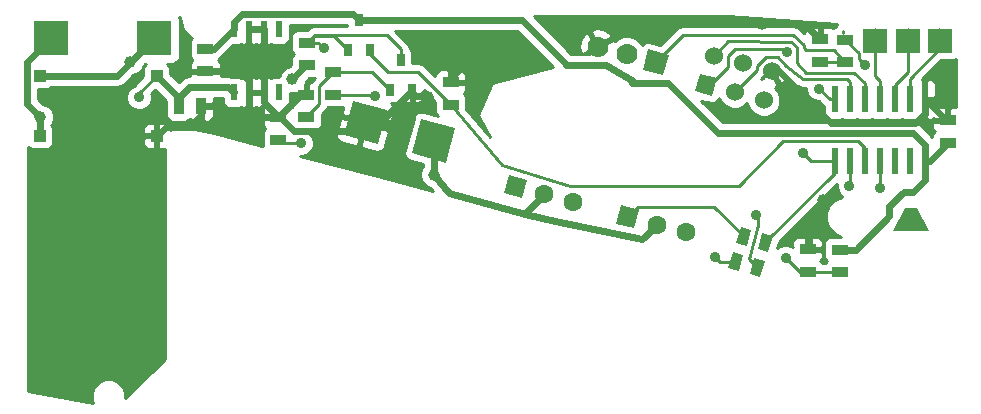
<source format=gbr>
%FSLAX46Y46*%
G04 Gerber Fmt 4.6, Leading zero omitted, Abs format (unit mm)*
G04 Created by KiCad (PCBNEW (2014-jul-16 BZR unknown)-product) date Thu 04 Sep 2014 10:50:04 PM CEST*
%MOMM*%
G01*
G04 APERTURE LIST*
%ADD10C,0.150000*%
%ADD11C,1.778000*%
%ADD12R,3.000000X3.000000*%
%ADD13C,1.600000*%
%ADD14R,1.000760X1.000760*%
%ADD15R,0.701040X1.000760*%
%ADD16R,0.599440X1.399540*%
%ADD17R,1.397000X0.889000*%
%ADD18R,0.889000X1.397000*%
%ADD19C,1.524000*%
%ADD20R,0.599440X2.199640*%
%ADD21R,2.000000X2.000000*%
%ADD22C,1.000000*%
%ADD23C,0.889000*%
%ADD24C,0.254000*%
%ADD25C,0.600000*%
G04 APERTURE END LIST*
D10*
D11*
X148926548Y-103282600D03*
X151380000Y-103940000D03*
D10*
G36*
X154462070Y-105686198D02*
X152744654Y-105226018D01*
X153204834Y-103508602D01*
X154922250Y-103968782D01*
X154462070Y-105686198D01*
X154462070Y-105686198D01*
G37*
D12*
X102590000Y-102580000D03*
X111390000Y-102580000D03*
D10*
G36*
X176950000Y-118910000D02*
X173950000Y-118910000D01*
X174950000Y-116910000D01*
X175950000Y-116910000D01*
X176950000Y-118910000D01*
X176950000Y-118910000D01*
G37*
G36*
X150466752Y-118268285D02*
X150880863Y-116722804D01*
X152426344Y-117136915D01*
X152012233Y-118682396D01*
X150466752Y-118268285D01*
X150466752Y-118268285D01*
G37*
D13*
X153900000Y-118360000D03*
X156353452Y-119017400D03*
D14*
X101669540Y-105749840D03*
X101669540Y-110850160D03*
X111570000Y-110850000D03*
X111570000Y-105750000D03*
D10*
G36*
X136864894Y-110205797D02*
X136088437Y-113103574D01*
X133190660Y-112327117D01*
X133967117Y-109429340D01*
X136864894Y-110205797D01*
X136864894Y-110205797D01*
G37*
G36*
X131069340Y-108652883D02*
X130292883Y-111550660D01*
X127395106Y-110774203D01*
X128171563Y-107876426D01*
X131069340Y-108652883D01*
X131069340Y-108652883D01*
G37*
D15*
X132250000Y-104420000D03*
X131297500Y-106960000D03*
X133202500Y-106960000D03*
X128710000Y-101020000D03*
X127757500Y-103560000D03*
X129662500Y-103560000D03*
D16*
X118085000Y-107167000D03*
X118085000Y-101833000D03*
X119355000Y-107167000D03*
X120625000Y-107167000D03*
X121895000Y-107167000D03*
X119355000Y-101833000D03*
X120625000Y-101833000D03*
X121895000Y-101833000D03*
D17*
X126520000Y-107352500D03*
X126520000Y-105447500D03*
X124230000Y-107357500D03*
X124230000Y-109262500D03*
X136470000Y-108202500D03*
X136470000Y-106297500D03*
D10*
G36*
X163040183Y-121416871D02*
X162678613Y-122766269D01*
X161819905Y-122536179D01*
X162181475Y-121186781D01*
X163040183Y-121416871D01*
X163040183Y-121416871D01*
G37*
G36*
X161200095Y-120923821D02*
X160838525Y-122273219D01*
X159979817Y-122043129D01*
X160341387Y-120693731D01*
X161200095Y-120923821D01*
X161200095Y-120923821D01*
G37*
G36*
X163720183Y-119286871D02*
X163358613Y-120636269D01*
X162499905Y-120406179D01*
X162861475Y-119056781D01*
X163720183Y-119286871D01*
X163720183Y-119286871D01*
G37*
G36*
X161880095Y-118793821D02*
X161518525Y-120143219D01*
X160659817Y-119913129D01*
X161021387Y-118563731D01*
X161880095Y-118793821D01*
X161880095Y-118793821D01*
G37*
D17*
X167750000Y-104572500D03*
X167750000Y-102667500D03*
X169890000Y-102687500D03*
X169890000Y-104592500D03*
X115690000Y-103447500D03*
X115690000Y-105352500D03*
D18*
X113437500Y-108300000D03*
X115342500Y-108300000D03*
D17*
X178570000Y-111402500D03*
X178570000Y-109497500D03*
X166690000Y-122352500D03*
X166690000Y-120447500D03*
X169410000Y-120467500D03*
X169410000Y-122372500D03*
X124310000Y-102957500D03*
X124310000Y-104862500D03*
X121870000Y-111162500D03*
X121870000Y-109257500D03*
D10*
G36*
X157144592Y-107048140D02*
X157539033Y-105576069D01*
X159011104Y-105970510D01*
X158616663Y-107442581D01*
X157144592Y-107048140D01*
X157144592Y-107048140D01*
G37*
D19*
X158735249Y-104055874D03*
X160531300Y-107166726D03*
X161188700Y-104713274D03*
X162984751Y-107824126D03*
X163642152Y-105370675D03*
D20*
X176615000Y-112938420D03*
X175345000Y-112938420D03*
X174075000Y-112938420D03*
X172805000Y-112938420D03*
X171535000Y-112938420D03*
X170265000Y-112938420D03*
X168995000Y-112938420D03*
X168995000Y-107741580D03*
X170265000Y-107741580D03*
X171535000Y-107741580D03*
X172805000Y-107741580D03*
X174075000Y-107741580D03*
X175345000Y-107741580D03*
X176615000Y-107741580D03*
D21*
X172410000Y-102770000D03*
X175190000Y-102790000D03*
X177910000Y-102790000D03*
D10*
G36*
X140966752Y-115678285D02*
X141380863Y-114132804D01*
X142926344Y-114546915D01*
X142512233Y-116092396D01*
X140966752Y-115678285D01*
X140966752Y-115678285D01*
G37*
D13*
X144400000Y-115770000D03*
X146853452Y-116427400D03*
D22*
X109340000Y-104580000D03*
D23*
X130060000Y-107440000D03*
D22*
X162860000Y-101330000D03*
X134520000Y-107540000D03*
X138720000Y-103670000D03*
X166810000Y-119210000D03*
X167640000Y-109360000D03*
X168030000Y-116270000D03*
X116590000Y-110080000D03*
X131840000Y-109830000D03*
D23*
X170230000Y-115060000D03*
X171540000Y-104860000D03*
X164910000Y-103740000D03*
X167670000Y-106840000D03*
X162340000Y-117580000D03*
X166260000Y-112250000D03*
X110090000Y-107580000D03*
X123780000Y-111460000D03*
X125760000Y-103440000D03*
X172780000Y-115250000D03*
X158880000Y-121110000D03*
X164820000Y-121140000D03*
D22*
X123060000Y-106050000D03*
X101730000Y-109250000D03*
X135027777Y-114130000D03*
D24*
X169700000Y-101980000D02*
X169700000Y-102147500D01*
D25*
X177034080Y-112938420D02*
X178570000Y-111402500D01*
X176615000Y-112938420D02*
X177034080Y-112938420D01*
X170812500Y-120467500D02*
X173620000Y-117660000D01*
X173620000Y-117660000D02*
X173620000Y-116780000D01*
X173620000Y-116780000D02*
X174840000Y-115560000D01*
X174840000Y-115560000D02*
X175640000Y-115560000D01*
X175640000Y-115560000D02*
X176615000Y-114585000D01*
X176615000Y-114585000D02*
X176615000Y-112938420D01*
X169410000Y-120467500D02*
X170812500Y-120467500D01*
X146290000Y-104830000D02*
X146240000Y-104880000D01*
X116470500Y-103447500D02*
X118085000Y-101833000D01*
X115690000Y-103447500D02*
X116470500Y-103447500D01*
X118085000Y-101165000D02*
X118760000Y-100490000D01*
X118760000Y-100490000D02*
X128180000Y-100490000D01*
X128180000Y-100490000D02*
X128710000Y-101020000D01*
X118085000Y-101833000D02*
X118085000Y-101165000D01*
X142480000Y-101020000D02*
X146290000Y-104830000D01*
X128710000Y-101020000D02*
X142480000Y-101020000D01*
X149590000Y-104830000D02*
X146290000Y-104830000D01*
X149600000Y-104830000D02*
X149590000Y-104830000D01*
X175630000Y-110614002D02*
X159090000Y-110614002D01*
X176615000Y-111599002D02*
X175630000Y-110614002D01*
X176615000Y-112938420D02*
X176615000Y-111599002D01*
X151840000Y-106330000D02*
X154840000Y-106330000D01*
X154840000Y-106330000D02*
X159124002Y-110614002D01*
X159124002Y-110614002D02*
X159090000Y-110580000D01*
X159090000Y-110580000D02*
X159090000Y-110614002D01*
X149590000Y-104830000D02*
X151906176Y-106219706D01*
X109340000Y-104630000D02*
X111390000Y-102580000D01*
X108220160Y-105749840D02*
X109340000Y-104630000D01*
X101669540Y-105749840D02*
X108220160Y-105749840D01*
X109340000Y-104580000D02*
X109340000Y-104630000D01*
X109365000Y-104605000D02*
X109340000Y-104580000D01*
X109340000Y-104580000D02*
X109365000Y-104605000D01*
D24*
X159973121Y-102818002D02*
X165294877Y-102874950D01*
X165758577Y-104708577D02*
X166550000Y-105500000D01*
X165761666Y-103344042D02*
X165758577Y-104708577D01*
X165294877Y-102874950D02*
X165761666Y-103344042D01*
X166550000Y-105500000D02*
X170640000Y-105500000D01*
X170640000Y-105500000D02*
X171535000Y-106395000D01*
X171535000Y-106395000D02*
X171535000Y-107741580D01*
X158735249Y-104055874D02*
X159973121Y-102818002D01*
X129972500Y-107352500D02*
X126520000Y-107352500D01*
X129972500Y-107352500D02*
X130060000Y-107440000D01*
D25*
X178370920Y-109497500D02*
X176615000Y-107741580D01*
X178570000Y-109497500D02*
X178370920Y-109497500D01*
X162917500Y-101387500D02*
X162860000Y-101330000D01*
X166920000Y-101387500D02*
X162917500Y-101387500D01*
X176615000Y-108965000D02*
X175820000Y-109760000D01*
X175820000Y-109760000D02*
X168640000Y-109760000D01*
X168640000Y-109760000D02*
X164250675Y-105370675D01*
X164250675Y-105370675D02*
X163642152Y-105370675D01*
X176615000Y-107741580D02*
X176615000Y-108965000D01*
X120625000Y-108012500D02*
X120625000Y-107167000D01*
X121870000Y-109257500D02*
X120625000Y-108012500D01*
X120625000Y-101833000D02*
X119355000Y-101833000D01*
X120625000Y-107167000D02*
X120625000Y-101833000D01*
X121870000Y-109257500D02*
X118582500Y-109257500D01*
X118542500Y-105352500D02*
X115690000Y-105352500D01*
X119355000Y-106165000D02*
X118542500Y-105352500D01*
X119355000Y-107167000D02*
X119355000Y-106165000D01*
X123770000Y-107357500D02*
X121870000Y-109257500D01*
X124230000Y-107357500D02*
X123770000Y-107357500D01*
X124230000Y-107357500D02*
X124427500Y-107357500D01*
X130448957Y-109713543D02*
X133202500Y-106960000D01*
X129232223Y-109713543D02*
X130448957Y-109713543D01*
X134520000Y-107540000D02*
X133202500Y-107372500D01*
X133202500Y-107372500D02*
X133202500Y-106960000D01*
X136470000Y-105920000D02*
X138720000Y-103670000D01*
X136470000Y-106297500D02*
X136470000Y-105920000D01*
X122037500Y-109257500D02*
X123210000Y-110430000D01*
X123210000Y-110430000D02*
X128515766Y-110430000D01*
X128515766Y-110430000D02*
X129232223Y-109713543D01*
X121870000Y-109257500D02*
X122037500Y-109257500D01*
X166810000Y-119210000D02*
X166810000Y-120327500D01*
X166810000Y-120327500D02*
X166690000Y-120447500D01*
X116480000Y-108300000D02*
X117437500Y-109257500D01*
X118570000Y-109257500D02*
X118582500Y-109257500D01*
X117437500Y-109257500D02*
X118570000Y-109257500D01*
X115342500Y-108300000D02*
X116480000Y-108300000D01*
X119342500Y-108485000D02*
X119355000Y-108485000D01*
X119355000Y-108485000D02*
X119355000Y-107167000D01*
X118570000Y-109257500D02*
X119342500Y-108485000D01*
X168240000Y-109360000D02*
X167640000Y-109360000D01*
X168640000Y-109760000D02*
X168240000Y-109360000D01*
X168030000Y-116270000D02*
X168030000Y-117990000D01*
X168030000Y-117990000D02*
X166810000Y-119210000D01*
X112340000Y-110080000D02*
X114340000Y-110080000D01*
X114340000Y-110080000D02*
X115342500Y-109077500D01*
X115342500Y-109077500D02*
X115342500Y-108300000D01*
X112340000Y-110080000D02*
X116590000Y-110080000D01*
X111570000Y-110850000D02*
X112340000Y-110080000D01*
X131840000Y-109830000D02*
X131723543Y-109713543D01*
X131723543Y-109713543D02*
X129232223Y-109713543D01*
X166412500Y-101330000D02*
X167750000Y-102667500D01*
X162860000Y-101330000D02*
X166412500Y-101330000D01*
D24*
X170265000Y-115025000D02*
X170230000Y-115060000D01*
X171540000Y-104860000D02*
X171030000Y-104350000D01*
X171030000Y-104350000D02*
X171030000Y-103827500D01*
X171030000Y-103827500D02*
X169890000Y-102687500D01*
X170265000Y-112938420D02*
X170265000Y-115025000D01*
X158450675Y-106509325D02*
X159990000Y-104970000D01*
X159990000Y-104970000D02*
X159990000Y-104050000D01*
X159990000Y-104050000D02*
X160560000Y-103480000D01*
X160560000Y-103480000D02*
X164650000Y-103480000D01*
X164650000Y-103480000D02*
X164910000Y-103740000D01*
X168571580Y-107741580D02*
X168995000Y-107741580D01*
X167670000Y-106840000D02*
X168571580Y-107741580D01*
X158077848Y-106509325D02*
X158450675Y-106509325D01*
X162480000Y-117720000D02*
X162480000Y-118350000D01*
X161720000Y-121260000D02*
X162480000Y-118350000D01*
X162430044Y-121976525D02*
X161720000Y-121260000D01*
X162340000Y-117580000D02*
X162480000Y-117720000D01*
X168995000Y-113961569D02*
X168995000Y-112938420D01*
X163110044Y-119846525D02*
X168995000Y-113961569D01*
X166948420Y-112938420D02*
X166260000Y-112250000D01*
X168995000Y-112938420D02*
X166948420Y-112938420D01*
D25*
X113437500Y-107617500D02*
X113437500Y-108300000D01*
X111570000Y-105750000D02*
X113437500Y-107617500D01*
X113437500Y-107622500D02*
X114330000Y-106730000D01*
X114330000Y-106730000D02*
X117648000Y-106730000D01*
X117648000Y-106730000D02*
X118085000Y-107167000D01*
X113437500Y-108300000D02*
X113437500Y-107622500D01*
D24*
X110090000Y-107580000D02*
X110090000Y-107230000D01*
X110090000Y-107230000D02*
X111570000Y-105750000D01*
X132250000Y-103490000D02*
X131100000Y-102340000D01*
X131100000Y-102340000D02*
X124927500Y-102340000D01*
X124897500Y-102370000D02*
X124310000Y-102957500D01*
X124927500Y-102340000D02*
X124897500Y-102370000D01*
X132250000Y-104420000D02*
X132250000Y-103490000D01*
X126567500Y-102370000D02*
X124897500Y-102370000D01*
X127757500Y-103560000D02*
X126567500Y-102370000D01*
X122167500Y-111460000D02*
X123780000Y-111460000D01*
X125760000Y-103440000D02*
X125277500Y-102957500D01*
X125277500Y-102957500D02*
X124310000Y-102957500D01*
X121870000Y-111162500D02*
X122167500Y-111460000D01*
X172430000Y-105790000D02*
X172805000Y-106165000D01*
X172805000Y-106165000D02*
X172805000Y-107741580D01*
X172430000Y-101770000D02*
X172430000Y-105790000D01*
X175160000Y-105420000D02*
X174075000Y-106505000D01*
X174075000Y-106505000D02*
X174075000Y-107741580D01*
X175160000Y-101780000D02*
X175160000Y-105420000D01*
X175345000Y-106025000D02*
X177850000Y-103520000D01*
X177850000Y-103520000D02*
X177850000Y-101770000D01*
X175345000Y-107741580D02*
X175345000Y-106025000D01*
X172805000Y-115225000D02*
X172780000Y-115250000D01*
X172805000Y-112938420D02*
X172805000Y-115225000D01*
X158746481Y-116830000D02*
X152319148Y-116830000D01*
X152319148Y-116830000D02*
X151446548Y-117702600D01*
X161269956Y-119353475D02*
X158746481Y-116830000D01*
X158880000Y-121110000D02*
X159253475Y-121483475D01*
X159253475Y-121483475D02*
X160589956Y-121483475D01*
X129785000Y-105447500D02*
X126520000Y-105447500D01*
X131297500Y-106960000D02*
X129785000Y-105447500D01*
X125350000Y-108142500D02*
X125350000Y-106617500D01*
X125350000Y-106617500D02*
X126520000Y-105447500D01*
X124230000Y-109262500D02*
X125350000Y-108142500D01*
X165480000Y-102310000D02*
X166350000Y-103180000D01*
X166350000Y-103180000D02*
X166350000Y-103390000D01*
X166350000Y-103390000D02*
X166550000Y-103590000D01*
X166550000Y-103590000D02*
X168887500Y-103590000D01*
X168887500Y-103590000D02*
X169890000Y-104592500D01*
X153833452Y-104597400D02*
X156120852Y-102310000D01*
X156120852Y-102310000D02*
X165480000Y-102310000D01*
X169870000Y-104572500D02*
X169890000Y-104592500D01*
X167750000Y-104572500D02*
X169870000Y-104572500D01*
X171535000Y-111865000D02*
X170965004Y-111295004D01*
X170965004Y-111295004D02*
X164609249Y-111310751D01*
X164609249Y-111310751D02*
X160840000Y-115080000D01*
X160840000Y-115080000D02*
X146590000Y-115080000D01*
X140840000Y-113330000D02*
X136590000Y-108330000D01*
X146590000Y-115080000D02*
X140840000Y-113330000D01*
X136590000Y-108330000D02*
X136470000Y-108202500D01*
X171535000Y-112938420D02*
X171535000Y-111865000D01*
X129662500Y-103942500D02*
X131180000Y-105460000D01*
X131180000Y-105460000D02*
X133727500Y-105460000D01*
X133727500Y-105460000D02*
X136470000Y-108202500D01*
X129662500Y-103560000D02*
X129662500Y-103942500D01*
X166032500Y-122352500D02*
X166690000Y-122352500D01*
X166032500Y-122352500D02*
X164820000Y-121140000D01*
X169390000Y-122352500D02*
X169410000Y-122372500D01*
X166690000Y-122352500D02*
X169390000Y-122352500D01*
X170265000Y-106255000D02*
X170020021Y-106010021D01*
X170020021Y-106010021D02*
X166262955Y-106008006D01*
X166262955Y-106008006D02*
X164873387Y-104912619D01*
X164160000Y-104160000D02*
X163180000Y-104160000D01*
X164873387Y-104912619D02*
X164160000Y-104160000D01*
X163180000Y-104160000D02*
X162400000Y-104940000D01*
X162400000Y-104940000D02*
X162400000Y-105298026D01*
X162400000Y-105298026D02*
X160531300Y-107166726D01*
X170265000Y-107741580D02*
X170265000Y-106255000D01*
D25*
X124247500Y-104862500D02*
X123060000Y-106050000D01*
X101730000Y-109250000D02*
X101730000Y-110789700D01*
X101730000Y-110789700D02*
X101669540Y-110850160D01*
X124310000Y-104862500D02*
X124247500Y-104862500D01*
X100590000Y-108110000D02*
X100590000Y-104580000D01*
X100590000Y-104580000D02*
X102590000Y-102580000D01*
X101730000Y-109250000D02*
X100590000Y-108110000D01*
X135027777Y-114157777D02*
X136308622Y-115660771D01*
X136308622Y-115660771D02*
X142720000Y-117450000D01*
X142720000Y-117450000D02*
X144400000Y-115770000D01*
X135027777Y-114130000D02*
X135027777Y-114157777D01*
X135027777Y-111266457D02*
X135027777Y-114130000D01*
X152670000Y-119590000D02*
X145315684Y-118039021D01*
X145315684Y-118039021D02*
X142720000Y-117450000D01*
X153900000Y-118360000D02*
X152670000Y-119590000D01*
D24*
G36*
X124947870Y-105942000D02*
X124811185Y-106078685D01*
X124678006Y-106278000D01*
X124515750Y-106278000D01*
X124357000Y-106436750D01*
X124357000Y-107230500D01*
X124377000Y-107230500D01*
X124377000Y-107484500D01*
X124357000Y-107484500D01*
X124357000Y-107504500D01*
X124103000Y-107504500D01*
X124103000Y-107484500D01*
X123055250Y-107484500D01*
X122896500Y-107643250D01*
X122896500Y-107928309D01*
X122993173Y-108161698D01*
X123141474Y-108310000D01*
X123052499Y-108398974D01*
X122928199Y-108274673D01*
X122744583Y-108198616D01*
X122829720Y-107993080D01*
X122829720Y-107740461D01*
X122829720Y-107183339D01*
X122833244Y-107184803D01*
X123009706Y-107184956D01*
X123055250Y-107230500D01*
X124103000Y-107230500D01*
X124103000Y-106497841D01*
X124194803Y-106276756D01*
X124194837Y-106237452D01*
X124490290Y-105942000D01*
X124947870Y-105942000D01*
X124947870Y-105942000D01*
G37*
X124947870Y-105942000D02*
X124811185Y-106078685D01*
X124678006Y-106278000D01*
X124515750Y-106278000D01*
X124357000Y-106436750D01*
X124357000Y-107230500D01*
X124377000Y-107230500D01*
X124377000Y-107484500D01*
X124357000Y-107484500D01*
X124357000Y-107504500D01*
X124103000Y-107504500D01*
X124103000Y-107484500D01*
X123055250Y-107484500D01*
X122896500Y-107643250D01*
X122896500Y-107928309D01*
X122993173Y-108161698D01*
X123141474Y-108310000D01*
X123052499Y-108398974D01*
X122928199Y-108274673D01*
X122744583Y-108198616D01*
X122829720Y-107993080D01*
X122829720Y-107740461D01*
X122829720Y-107183339D01*
X122833244Y-107184803D01*
X123009706Y-107184956D01*
X123055250Y-107230500D01*
X124103000Y-107230500D01*
X124103000Y-106497841D01*
X124194803Y-106276756D01*
X124194837Y-106237452D01*
X124490290Y-105942000D01*
X124947870Y-105942000D01*
G36*
X127724480Y-101578000D02*
X124927500Y-101578000D01*
X124635895Y-101636004D01*
X124388684Y-101801185D01*
X124358687Y-101831182D01*
X124358684Y-101831185D01*
X124311869Y-101878000D01*
X123485191Y-101878000D01*
X123251802Y-101974673D01*
X123073173Y-102153301D01*
X122976500Y-102386690D01*
X122976500Y-102639309D01*
X122976500Y-103528309D01*
X123073173Y-103761698D01*
X123221474Y-103910000D01*
X123073173Y-104058301D01*
X122976500Y-104291690D01*
X122976500Y-104544309D01*
X122976500Y-104811210D01*
X122872874Y-104914835D01*
X122835225Y-104914803D01*
X122417914Y-105087233D01*
X122098355Y-105406235D01*
X121925197Y-105823244D01*
X121925189Y-105832230D01*
X121468971Y-105832230D01*
X121260000Y-105918788D01*
X121051029Y-105832230D01*
X120910750Y-105832230D01*
X120752000Y-105990980D01*
X120752000Y-107040000D01*
X120772000Y-107040000D01*
X120772000Y-107294000D01*
X120752000Y-107294000D01*
X120752000Y-107314000D01*
X120498000Y-107314000D01*
X120498000Y-107294000D01*
X120498000Y-107040000D01*
X120498000Y-105990980D01*
X120498000Y-103009020D01*
X120498000Y-101960000D01*
X120130970Y-101960000D01*
X119849030Y-101960000D01*
X119482000Y-101960000D01*
X119482000Y-103009020D01*
X119640750Y-103167770D01*
X119781029Y-103167770D01*
X119990000Y-103081211D01*
X120198971Y-103167770D01*
X120339250Y-103167770D01*
X120498000Y-103009020D01*
X120498000Y-105990980D01*
X120339250Y-105832230D01*
X120198971Y-105832230D01*
X119990000Y-105918788D01*
X119781029Y-105832230D01*
X119640750Y-105832230D01*
X119482000Y-105990980D01*
X119482000Y-107040000D01*
X119849030Y-107040000D01*
X120130970Y-107040000D01*
X120498000Y-107040000D01*
X120498000Y-107294000D01*
X120130970Y-107294000D01*
X119849030Y-107294000D01*
X119482000Y-107294000D01*
X119482000Y-108343020D01*
X119640750Y-108501770D01*
X119781029Y-108501770D01*
X119990000Y-108415211D01*
X120198971Y-108501770D01*
X120339250Y-108501770D01*
X120497998Y-108343022D01*
X120497998Y-108501770D01*
X120498000Y-108501770D01*
X120613096Y-108501770D01*
X120536500Y-108686691D01*
X120536500Y-108971750D01*
X120695250Y-109130500D01*
X121743000Y-109130500D01*
X121743000Y-109110500D01*
X121997000Y-109110500D01*
X121997000Y-109130500D01*
X122017000Y-109130500D01*
X122017000Y-109384500D01*
X121997000Y-109384500D01*
X121997000Y-109404500D01*
X121743000Y-109404500D01*
X121743000Y-109384500D01*
X120695250Y-109384500D01*
X120536500Y-109543250D01*
X120536500Y-109828309D01*
X120633173Y-110061698D01*
X120781474Y-110210000D01*
X120633173Y-110358301D01*
X120536500Y-110591690D01*
X120536500Y-110844309D01*
X120536500Y-111716694D01*
X120498000Y-111706606D01*
X116422000Y-110638622D01*
X116422000Y-109124810D01*
X116422000Y-108872191D01*
X116422000Y-108585750D01*
X116263250Y-108427000D01*
X115469500Y-108427000D01*
X115469500Y-109474750D01*
X115628250Y-109633500D01*
X115913309Y-109633500D01*
X116146698Y-109536827D01*
X116325327Y-109358199D01*
X116422000Y-109124810D01*
X116422000Y-110638622D01*
X115179958Y-110313185D01*
X115089187Y-110307740D01*
X115000000Y-110290000D01*
X113000000Y-110290000D01*
X112728295Y-110344046D01*
X112705380Y-110359357D01*
X112705380Y-110223311D01*
X112608707Y-109989922D01*
X112430079Y-109811293D01*
X112196690Y-109714620D01*
X111944071Y-109714620D01*
X111855750Y-109714620D01*
X111697000Y-109873370D01*
X111697000Y-110723000D01*
X111717000Y-110723000D01*
X111717000Y-110977000D01*
X111697000Y-110977000D01*
X111697000Y-111826630D01*
X111855750Y-111985380D01*
X111944071Y-111985380D01*
X112196690Y-111985380D01*
X112290000Y-111946729D01*
X112290000Y-129705453D01*
X111443000Y-130550603D01*
X111443000Y-111826630D01*
X111443000Y-110977000D01*
X111443000Y-110723000D01*
X111443000Y-109873370D01*
X111284250Y-109714620D01*
X111195929Y-109714620D01*
X110943310Y-109714620D01*
X110709921Y-109811293D01*
X110531293Y-109989922D01*
X110434620Y-110223311D01*
X110434620Y-110564250D01*
X110593370Y-110723000D01*
X111443000Y-110723000D01*
X111443000Y-110977000D01*
X110593370Y-110977000D01*
X110434620Y-111135750D01*
X110434620Y-111476689D01*
X110531293Y-111710078D01*
X110709921Y-111888707D01*
X110943310Y-111985380D01*
X111195929Y-111985380D01*
X111284250Y-111985380D01*
X111443000Y-111826630D01*
X111443000Y-130550603D01*
X108934866Y-133053261D01*
X108935248Y-132615813D01*
X108717243Y-132088200D01*
X108313923Y-131684176D01*
X107786691Y-131465250D01*
X107215813Y-131464752D01*
X106688200Y-131682757D01*
X106284176Y-132086077D01*
X106065250Y-132613309D01*
X106064752Y-133184187D01*
X106165218Y-133427334D01*
X100710000Y-132410150D01*
X100710000Y-111789405D01*
X100809461Y-111888867D01*
X101042850Y-111985540D01*
X101295469Y-111985540D01*
X102296229Y-111985540D01*
X102529618Y-111888867D01*
X102708247Y-111710239D01*
X102804920Y-111476850D01*
X102804920Y-111224231D01*
X102804920Y-110223471D01*
X102708247Y-109990082D01*
X102665000Y-109946834D01*
X102665000Y-109920363D01*
X102691645Y-109893765D01*
X102864803Y-109476756D01*
X102865197Y-109025225D01*
X102692767Y-108607914D01*
X102373765Y-108288355D01*
X101956756Y-108115197D01*
X101917452Y-108115162D01*
X101525000Y-107722710D01*
X101525000Y-106885220D01*
X102296229Y-106885220D01*
X102529618Y-106788547D01*
X102633325Y-106684840D01*
X108220160Y-106684840D01*
X108577969Y-106613667D01*
X108881305Y-106410985D01*
X109585766Y-105706523D01*
X109982086Y-105542767D01*
X110301645Y-105223765D01*
X110467182Y-104825107D01*
X110577290Y-104715000D01*
X110706214Y-104715000D01*
X110531293Y-104889921D01*
X110434620Y-105123310D01*
X110434620Y-105375929D01*
X110434620Y-105807750D01*
X109647590Y-106594779D01*
X109479311Y-106664311D01*
X109175378Y-106967714D01*
X109010687Y-107364332D01*
X109010313Y-107793784D01*
X109174311Y-108190689D01*
X109477714Y-108494622D01*
X109874332Y-108659313D01*
X110303784Y-108659687D01*
X110700689Y-108495689D01*
X111004622Y-108192286D01*
X111169313Y-107795668D01*
X111169687Y-107366216D01*
X111129258Y-107268371D01*
X111447670Y-106949960D01*
X112358000Y-107860290D01*
X112358000Y-109124809D01*
X112454673Y-109358198D01*
X112633301Y-109536827D01*
X112866690Y-109633500D01*
X113119309Y-109633500D01*
X114008309Y-109633500D01*
X114241698Y-109536827D01*
X114390000Y-109388525D01*
X114538302Y-109536827D01*
X114771691Y-109633500D01*
X115056750Y-109633500D01*
X115215500Y-109474750D01*
X115215500Y-108427000D01*
X115195500Y-108427000D01*
X115195500Y-108173000D01*
X115215500Y-108173000D01*
X115215500Y-108153000D01*
X115469500Y-108153000D01*
X115469500Y-108173000D01*
X116263250Y-108173000D01*
X116422000Y-108014250D01*
X116422000Y-107727809D01*
X116422000Y-107665000D01*
X117150280Y-107665000D01*
X117150280Y-107993079D01*
X117246953Y-108226468D01*
X117425581Y-108405097D01*
X117658970Y-108501770D01*
X117911589Y-108501770D01*
X118511029Y-108501770D01*
X118720000Y-108415211D01*
X118928971Y-108501770D01*
X119069250Y-108501770D01*
X119228000Y-108343020D01*
X119228000Y-107294000D01*
X119208000Y-107294000D01*
X119208000Y-107040000D01*
X119228000Y-107040000D01*
X119228000Y-105990980D01*
X119069250Y-105832230D01*
X118928971Y-105832230D01*
X118720000Y-105918788D01*
X118511030Y-105832230D01*
X118258411Y-105832230D01*
X117835166Y-105832230D01*
X117648000Y-105795000D01*
X117023500Y-105795000D01*
X117023500Y-105638250D01*
X116864750Y-105479500D01*
X115817000Y-105479500D01*
X115817000Y-105499500D01*
X115563000Y-105499500D01*
X115563000Y-105479500D01*
X114515250Y-105479500D01*
X114356500Y-105638250D01*
X114356500Y-105795000D01*
X114330005Y-105795000D01*
X114330000Y-105794999D01*
X114031556Y-105854364D01*
X113972191Y-105866173D01*
X113668855Y-106068855D01*
X113440000Y-106297710D01*
X112705380Y-105563090D01*
X112705380Y-105123311D01*
X112608707Y-104889922D01*
X112433785Y-104715000D01*
X113016309Y-104715000D01*
X113249698Y-104618327D01*
X113428327Y-104439699D01*
X113525000Y-104206310D01*
X113525000Y-103953691D01*
X113525000Y-100953691D01*
X113443452Y-100756817D01*
X113515224Y-100804774D01*
X113575074Y-100894344D01*
X113623642Y-101138513D01*
X113699762Y-101521196D01*
X113730813Y-101596160D01*
X113805776Y-101777138D01*
X114022549Y-102101561D01*
X114022550Y-102101562D01*
X114218438Y-102297451D01*
X114542862Y-102514223D01*
X114542863Y-102514223D01*
X114570714Y-102525759D01*
X114453173Y-102643301D01*
X114356500Y-102876690D01*
X114356500Y-103129309D01*
X114356500Y-104018309D01*
X114453173Y-104251698D01*
X114601474Y-104400000D01*
X114453173Y-104548302D01*
X114356500Y-104781691D01*
X114356500Y-105066750D01*
X114515250Y-105225500D01*
X115563000Y-105225500D01*
X115563000Y-105205500D01*
X115817000Y-105205500D01*
X115817000Y-105225500D01*
X116864750Y-105225500D01*
X117023500Y-105066750D01*
X117023500Y-104781691D01*
X116926827Y-104548302D01*
X116778525Y-104399999D01*
X116926827Y-104251699D01*
X116930377Y-104243127D01*
X117131645Y-104108645D01*
X118072520Y-103167770D01*
X118511029Y-103167770D01*
X118720000Y-103081211D01*
X118928971Y-103167770D01*
X119069250Y-103167770D01*
X119228000Y-103009020D01*
X119228000Y-101960000D01*
X119208000Y-101960000D01*
X119208000Y-101706000D01*
X119228000Y-101706000D01*
X119228000Y-101686000D01*
X119482000Y-101686000D01*
X119482000Y-101706000D01*
X119849030Y-101706000D01*
X120130970Y-101706000D01*
X120498000Y-101706000D01*
X120498000Y-101686000D01*
X120752000Y-101686000D01*
X120752000Y-101706000D01*
X120772000Y-101706000D01*
X120772000Y-101960000D01*
X120752000Y-101960000D01*
X120752000Y-103009020D01*
X120910750Y-103167770D01*
X121051029Y-103167770D01*
X121259999Y-103081211D01*
X121468970Y-103167770D01*
X121721589Y-103167770D01*
X122321029Y-103167770D01*
X122554418Y-103071097D01*
X122733047Y-102892469D01*
X122829720Y-102659080D01*
X122829720Y-102406461D01*
X122829720Y-101425000D01*
X127724480Y-101425000D01*
X127724480Y-101578000D01*
X127724480Y-101578000D01*
G37*
X127724480Y-101578000D02*
X124927500Y-101578000D01*
X124635895Y-101636004D01*
X124388684Y-101801185D01*
X124358687Y-101831182D01*
X124358684Y-101831185D01*
X124311869Y-101878000D01*
X123485191Y-101878000D01*
X123251802Y-101974673D01*
X123073173Y-102153301D01*
X122976500Y-102386690D01*
X122976500Y-102639309D01*
X122976500Y-103528309D01*
X123073173Y-103761698D01*
X123221474Y-103910000D01*
X123073173Y-104058301D01*
X122976500Y-104291690D01*
X122976500Y-104544309D01*
X122976500Y-104811210D01*
X122872874Y-104914835D01*
X122835225Y-104914803D01*
X122417914Y-105087233D01*
X122098355Y-105406235D01*
X121925197Y-105823244D01*
X121925189Y-105832230D01*
X121468971Y-105832230D01*
X121260000Y-105918788D01*
X121051029Y-105832230D01*
X120910750Y-105832230D01*
X120752000Y-105990980D01*
X120752000Y-107040000D01*
X120772000Y-107040000D01*
X120772000Y-107294000D01*
X120752000Y-107294000D01*
X120752000Y-107314000D01*
X120498000Y-107314000D01*
X120498000Y-107294000D01*
X120498000Y-107040000D01*
X120498000Y-105990980D01*
X120498000Y-103009020D01*
X120498000Y-101960000D01*
X120130970Y-101960000D01*
X119849030Y-101960000D01*
X119482000Y-101960000D01*
X119482000Y-103009020D01*
X119640750Y-103167770D01*
X119781029Y-103167770D01*
X119990000Y-103081211D01*
X120198971Y-103167770D01*
X120339250Y-103167770D01*
X120498000Y-103009020D01*
X120498000Y-105990980D01*
X120339250Y-105832230D01*
X120198971Y-105832230D01*
X119990000Y-105918788D01*
X119781029Y-105832230D01*
X119640750Y-105832230D01*
X119482000Y-105990980D01*
X119482000Y-107040000D01*
X119849030Y-107040000D01*
X120130970Y-107040000D01*
X120498000Y-107040000D01*
X120498000Y-107294000D01*
X120130970Y-107294000D01*
X119849030Y-107294000D01*
X119482000Y-107294000D01*
X119482000Y-108343020D01*
X119640750Y-108501770D01*
X119781029Y-108501770D01*
X119990000Y-108415211D01*
X120198971Y-108501770D01*
X120339250Y-108501770D01*
X120497998Y-108343022D01*
X120497998Y-108501770D01*
X120498000Y-108501770D01*
X120613096Y-108501770D01*
X120536500Y-108686691D01*
X120536500Y-108971750D01*
X120695250Y-109130500D01*
X121743000Y-109130500D01*
X121743000Y-109110500D01*
X121997000Y-109110500D01*
X121997000Y-109130500D01*
X122017000Y-109130500D01*
X122017000Y-109384500D01*
X121997000Y-109384500D01*
X121997000Y-109404500D01*
X121743000Y-109404500D01*
X121743000Y-109384500D01*
X120695250Y-109384500D01*
X120536500Y-109543250D01*
X120536500Y-109828309D01*
X120633173Y-110061698D01*
X120781474Y-110210000D01*
X120633173Y-110358301D01*
X120536500Y-110591690D01*
X120536500Y-110844309D01*
X120536500Y-111716694D01*
X120498000Y-111706606D01*
X116422000Y-110638622D01*
X116422000Y-109124810D01*
X116422000Y-108872191D01*
X116422000Y-108585750D01*
X116263250Y-108427000D01*
X115469500Y-108427000D01*
X115469500Y-109474750D01*
X115628250Y-109633500D01*
X115913309Y-109633500D01*
X116146698Y-109536827D01*
X116325327Y-109358199D01*
X116422000Y-109124810D01*
X116422000Y-110638622D01*
X115179958Y-110313185D01*
X115089187Y-110307740D01*
X115000000Y-110290000D01*
X113000000Y-110290000D01*
X112728295Y-110344046D01*
X112705380Y-110359357D01*
X112705380Y-110223311D01*
X112608707Y-109989922D01*
X112430079Y-109811293D01*
X112196690Y-109714620D01*
X111944071Y-109714620D01*
X111855750Y-109714620D01*
X111697000Y-109873370D01*
X111697000Y-110723000D01*
X111717000Y-110723000D01*
X111717000Y-110977000D01*
X111697000Y-110977000D01*
X111697000Y-111826630D01*
X111855750Y-111985380D01*
X111944071Y-111985380D01*
X112196690Y-111985380D01*
X112290000Y-111946729D01*
X112290000Y-129705453D01*
X111443000Y-130550603D01*
X111443000Y-111826630D01*
X111443000Y-110977000D01*
X111443000Y-110723000D01*
X111443000Y-109873370D01*
X111284250Y-109714620D01*
X111195929Y-109714620D01*
X110943310Y-109714620D01*
X110709921Y-109811293D01*
X110531293Y-109989922D01*
X110434620Y-110223311D01*
X110434620Y-110564250D01*
X110593370Y-110723000D01*
X111443000Y-110723000D01*
X111443000Y-110977000D01*
X110593370Y-110977000D01*
X110434620Y-111135750D01*
X110434620Y-111476689D01*
X110531293Y-111710078D01*
X110709921Y-111888707D01*
X110943310Y-111985380D01*
X111195929Y-111985380D01*
X111284250Y-111985380D01*
X111443000Y-111826630D01*
X111443000Y-130550603D01*
X108934866Y-133053261D01*
X108935248Y-132615813D01*
X108717243Y-132088200D01*
X108313923Y-131684176D01*
X107786691Y-131465250D01*
X107215813Y-131464752D01*
X106688200Y-131682757D01*
X106284176Y-132086077D01*
X106065250Y-132613309D01*
X106064752Y-133184187D01*
X106165218Y-133427334D01*
X100710000Y-132410150D01*
X100710000Y-111789405D01*
X100809461Y-111888867D01*
X101042850Y-111985540D01*
X101295469Y-111985540D01*
X102296229Y-111985540D01*
X102529618Y-111888867D01*
X102708247Y-111710239D01*
X102804920Y-111476850D01*
X102804920Y-111224231D01*
X102804920Y-110223471D01*
X102708247Y-109990082D01*
X102665000Y-109946834D01*
X102665000Y-109920363D01*
X102691645Y-109893765D01*
X102864803Y-109476756D01*
X102865197Y-109025225D01*
X102692767Y-108607914D01*
X102373765Y-108288355D01*
X101956756Y-108115197D01*
X101917452Y-108115162D01*
X101525000Y-107722710D01*
X101525000Y-106885220D01*
X102296229Y-106885220D01*
X102529618Y-106788547D01*
X102633325Y-106684840D01*
X108220160Y-106684840D01*
X108577969Y-106613667D01*
X108881305Y-106410985D01*
X109585766Y-105706523D01*
X109982086Y-105542767D01*
X110301645Y-105223765D01*
X110467182Y-104825107D01*
X110577290Y-104715000D01*
X110706214Y-104715000D01*
X110531293Y-104889921D01*
X110434620Y-105123310D01*
X110434620Y-105375929D01*
X110434620Y-105807750D01*
X109647590Y-106594779D01*
X109479311Y-106664311D01*
X109175378Y-106967714D01*
X109010687Y-107364332D01*
X109010313Y-107793784D01*
X109174311Y-108190689D01*
X109477714Y-108494622D01*
X109874332Y-108659313D01*
X110303784Y-108659687D01*
X110700689Y-108495689D01*
X111004622Y-108192286D01*
X111169313Y-107795668D01*
X111169687Y-107366216D01*
X111129258Y-107268371D01*
X111447670Y-106949960D01*
X112358000Y-107860290D01*
X112358000Y-109124809D01*
X112454673Y-109358198D01*
X112633301Y-109536827D01*
X112866690Y-109633500D01*
X113119309Y-109633500D01*
X114008309Y-109633500D01*
X114241698Y-109536827D01*
X114390000Y-109388525D01*
X114538302Y-109536827D01*
X114771691Y-109633500D01*
X115056750Y-109633500D01*
X115215500Y-109474750D01*
X115215500Y-108427000D01*
X115195500Y-108427000D01*
X115195500Y-108173000D01*
X115215500Y-108173000D01*
X115215500Y-108153000D01*
X115469500Y-108153000D01*
X115469500Y-108173000D01*
X116263250Y-108173000D01*
X116422000Y-108014250D01*
X116422000Y-107727809D01*
X116422000Y-107665000D01*
X117150280Y-107665000D01*
X117150280Y-107993079D01*
X117246953Y-108226468D01*
X117425581Y-108405097D01*
X117658970Y-108501770D01*
X117911589Y-108501770D01*
X118511029Y-108501770D01*
X118720000Y-108415211D01*
X118928971Y-108501770D01*
X119069250Y-108501770D01*
X119228000Y-108343020D01*
X119228000Y-107294000D01*
X119208000Y-107294000D01*
X119208000Y-107040000D01*
X119228000Y-107040000D01*
X119228000Y-105990980D01*
X119069250Y-105832230D01*
X118928971Y-105832230D01*
X118720000Y-105918788D01*
X118511030Y-105832230D01*
X118258411Y-105832230D01*
X117835166Y-105832230D01*
X117648000Y-105795000D01*
X117023500Y-105795000D01*
X117023500Y-105638250D01*
X116864750Y-105479500D01*
X115817000Y-105479500D01*
X115817000Y-105499500D01*
X115563000Y-105499500D01*
X115563000Y-105479500D01*
X114515250Y-105479500D01*
X114356500Y-105638250D01*
X114356500Y-105795000D01*
X114330005Y-105795000D01*
X114330000Y-105794999D01*
X114031556Y-105854364D01*
X113972191Y-105866173D01*
X113668855Y-106068855D01*
X113440000Y-106297710D01*
X112705380Y-105563090D01*
X112705380Y-105123311D01*
X112608707Y-104889922D01*
X112433785Y-104715000D01*
X113016309Y-104715000D01*
X113249698Y-104618327D01*
X113428327Y-104439699D01*
X113525000Y-104206310D01*
X113525000Y-103953691D01*
X113525000Y-100953691D01*
X113443452Y-100756817D01*
X113515224Y-100804774D01*
X113575074Y-100894344D01*
X113623642Y-101138513D01*
X113699762Y-101521196D01*
X113730813Y-101596160D01*
X113805776Y-101777138D01*
X114022549Y-102101561D01*
X114022550Y-102101562D01*
X114218438Y-102297451D01*
X114542862Y-102514223D01*
X114542863Y-102514223D01*
X114570714Y-102525759D01*
X114453173Y-102643301D01*
X114356500Y-102876690D01*
X114356500Y-103129309D01*
X114356500Y-104018309D01*
X114453173Y-104251698D01*
X114601474Y-104400000D01*
X114453173Y-104548302D01*
X114356500Y-104781691D01*
X114356500Y-105066750D01*
X114515250Y-105225500D01*
X115563000Y-105225500D01*
X115563000Y-105205500D01*
X115817000Y-105205500D01*
X115817000Y-105225500D01*
X116864750Y-105225500D01*
X117023500Y-105066750D01*
X117023500Y-104781691D01*
X116926827Y-104548302D01*
X116778525Y-104399999D01*
X116926827Y-104251699D01*
X116930377Y-104243127D01*
X117131645Y-104108645D01*
X118072520Y-103167770D01*
X118511029Y-103167770D01*
X118720000Y-103081211D01*
X118928971Y-103167770D01*
X119069250Y-103167770D01*
X119228000Y-103009020D01*
X119228000Y-101960000D01*
X119208000Y-101960000D01*
X119208000Y-101706000D01*
X119228000Y-101706000D01*
X119228000Y-101686000D01*
X119482000Y-101686000D01*
X119482000Y-101706000D01*
X119849030Y-101706000D01*
X120130970Y-101706000D01*
X120498000Y-101706000D01*
X120498000Y-101686000D01*
X120752000Y-101686000D01*
X120752000Y-101706000D01*
X120772000Y-101706000D01*
X120772000Y-101960000D01*
X120752000Y-101960000D01*
X120752000Y-103009020D01*
X120910750Y-103167770D01*
X121051029Y-103167770D01*
X121259999Y-103081211D01*
X121468970Y-103167770D01*
X121721589Y-103167770D01*
X122321029Y-103167770D01*
X122554418Y-103071097D01*
X122733047Y-102892469D01*
X122829720Y-102659080D01*
X122829720Y-102406461D01*
X122829720Y-101425000D01*
X127724480Y-101425000D01*
X127724480Y-101578000D01*
G36*
X135375894Y-109149420D02*
X134188020Y-108831130D01*
X134009462Y-108783286D01*
X133759005Y-108816259D01*
X133540230Y-108942568D01*
X133386445Y-109142984D01*
X133321063Y-109386995D01*
X132544606Y-112284772D01*
X132577579Y-112535229D01*
X132703888Y-112754004D01*
X132904304Y-112907789D01*
X133148315Y-112973171D01*
X134092777Y-113226238D01*
X134092777Y-113459636D01*
X134066132Y-113486235D01*
X133892974Y-113903244D01*
X133892580Y-114354775D01*
X134065010Y-114772086D01*
X134384012Y-115091645D01*
X134710785Y-115227333D01*
X134933816Y-115489046D01*
X131220517Y-114516095D01*
X131220517Y-110542135D01*
X131108264Y-110347707D01*
X129322026Y-109869086D01*
X129076680Y-110784727D01*
X129076680Y-109803346D01*
X127290442Y-109324724D01*
X127096014Y-109436978D01*
X126814434Y-110487848D01*
X126749051Y-110731859D01*
X126782025Y-110982316D01*
X126908335Y-111201090D01*
X127108750Y-111354875D01*
X128403631Y-111701837D01*
X128598059Y-111589584D01*
X129076680Y-109803346D01*
X129076680Y-110784727D01*
X128843404Y-111655324D01*
X128955658Y-111849752D01*
X130250538Y-112196714D01*
X130500995Y-112163741D01*
X130719770Y-112037432D01*
X130873555Y-111837016D01*
X130938937Y-111593005D01*
X131220517Y-110542135D01*
X131220517Y-114516095D01*
X123676426Y-112539410D01*
X123993784Y-112539687D01*
X124390689Y-112375689D01*
X124694622Y-112072286D01*
X124859313Y-111675668D01*
X124859687Y-111246216D01*
X124695689Y-110849311D01*
X124392286Y-110545378D01*
X123995668Y-110380687D01*
X123566216Y-110380313D01*
X123181746Y-110539172D01*
X123106827Y-110358302D01*
X122958525Y-110210000D01*
X123047500Y-110121025D01*
X123171801Y-110245327D01*
X123405190Y-110342000D01*
X123657809Y-110342000D01*
X125054809Y-110342000D01*
X125288198Y-110245327D01*
X125466827Y-110066699D01*
X125563500Y-109833310D01*
X125563500Y-109580691D01*
X125563500Y-109006630D01*
X125888815Y-108681316D01*
X125888815Y-108681315D01*
X126053996Y-108434105D01*
X126054414Y-108432000D01*
X127344809Y-108432000D01*
X127367854Y-108422454D01*
X127243929Y-108884951D01*
X127356182Y-109079379D01*
X129142420Y-109558000D01*
X129147596Y-109538681D01*
X129392942Y-109604421D01*
X129387766Y-109623740D01*
X131174004Y-110102362D01*
X131368432Y-109990108D01*
X131650012Y-108939238D01*
X131715395Y-108695227D01*
X131682421Y-108444770D01*
X131556111Y-108225996D01*
X131385890Y-108095380D01*
X131774329Y-108095380D01*
X132007718Y-107998707D01*
X132186347Y-107820079D01*
X132250000Y-107666407D01*
X132313653Y-107820079D01*
X132492282Y-107998707D01*
X132725671Y-108095380D01*
X132916750Y-108095380D01*
X133075500Y-107936630D01*
X133075500Y-107087000D01*
X133055500Y-107087000D01*
X133055500Y-106833000D01*
X133075500Y-106833000D01*
X133075500Y-106813000D01*
X133329500Y-106813000D01*
X133329500Y-106833000D01*
X133349500Y-106833000D01*
X133349500Y-107087000D01*
X133329500Y-107087000D01*
X133329500Y-107936630D01*
X133488250Y-108095380D01*
X133679329Y-108095380D01*
X133912718Y-107998707D01*
X134091347Y-107820079D01*
X134188020Y-107586690D01*
X134188020Y-107334071D01*
X134188020Y-107245750D01*
X134029272Y-107087002D01*
X134188020Y-107087002D01*
X134188020Y-106998150D01*
X135136500Y-107946630D01*
X135136500Y-108773309D01*
X135233173Y-109006698D01*
X135375894Y-109149420D01*
X135375894Y-109149420D01*
G37*
X135375894Y-109149420D02*
X134188020Y-108831130D01*
X134009462Y-108783286D01*
X133759005Y-108816259D01*
X133540230Y-108942568D01*
X133386445Y-109142984D01*
X133321063Y-109386995D01*
X132544606Y-112284772D01*
X132577579Y-112535229D01*
X132703888Y-112754004D01*
X132904304Y-112907789D01*
X133148315Y-112973171D01*
X134092777Y-113226238D01*
X134092777Y-113459636D01*
X134066132Y-113486235D01*
X133892974Y-113903244D01*
X133892580Y-114354775D01*
X134065010Y-114772086D01*
X134384012Y-115091645D01*
X134710785Y-115227333D01*
X134933816Y-115489046D01*
X131220517Y-114516095D01*
X131220517Y-110542135D01*
X131108264Y-110347707D01*
X129322026Y-109869086D01*
X129076680Y-110784727D01*
X129076680Y-109803346D01*
X127290442Y-109324724D01*
X127096014Y-109436978D01*
X126814434Y-110487848D01*
X126749051Y-110731859D01*
X126782025Y-110982316D01*
X126908335Y-111201090D01*
X127108750Y-111354875D01*
X128403631Y-111701837D01*
X128598059Y-111589584D01*
X129076680Y-109803346D01*
X129076680Y-110784727D01*
X128843404Y-111655324D01*
X128955658Y-111849752D01*
X130250538Y-112196714D01*
X130500995Y-112163741D01*
X130719770Y-112037432D01*
X130873555Y-111837016D01*
X130938937Y-111593005D01*
X131220517Y-110542135D01*
X131220517Y-114516095D01*
X123676426Y-112539410D01*
X123993784Y-112539687D01*
X124390689Y-112375689D01*
X124694622Y-112072286D01*
X124859313Y-111675668D01*
X124859687Y-111246216D01*
X124695689Y-110849311D01*
X124392286Y-110545378D01*
X123995668Y-110380687D01*
X123566216Y-110380313D01*
X123181746Y-110539172D01*
X123106827Y-110358302D01*
X122958525Y-110210000D01*
X123047500Y-110121025D01*
X123171801Y-110245327D01*
X123405190Y-110342000D01*
X123657809Y-110342000D01*
X125054809Y-110342000D01*
X125288198Y-110245327D01*
X125466827Y-110066699D01*
X125563500Y-109833310D01*
X125563500Y-109580691D01*
X125563500Y-109006630D01*
X125888815Y-108681316D01*
X125888815Y-108681315D01*
X126053996Y-108434105D01*
X126054414Y-108432000D01*
X127344809Y-108432000D01*
X127367854Y-108422454D01*
X127243929Y-108884951D01*
X127356182Y-109079379D01*
X129142420Y-109558000D01*
X129147596Y-109538681D01*
X129392942Y-109604421D01*
X129387766Y-109623740D01*
X131174004Y-110102362D01*
X131368432Y-109990108D01*
X131650012Y-108939238D01*
X131715395Y-108695227D01*
X131682421Y-108444770D01*
X131556111Y-108225996D01*
X131385890Y-108095380D01*
X131774329Y-108095380D01*
X132007718Y-107998707D01*
X132186347Y-107820079D01*
X132250000Y-107666407D01*
X132313653Y-107820079D01*
X132492282Y-107998707D01*
X132725671Y-108095380D01*
X132916750Y-108095380D01*
X133075500Y-107936630D01*
X133075500Y-107087000D01*
X133055500Y-107087000D01*
X133055500Y-106833000D01*
X133075500Y-106833000D01*
X133075500Y-106813000D01*
X133329500Y-106813000D01*
X133329500Y-106833000D01*
X133349500Y-106833000D01*
X133349500Y-107087000D01*
X133329500Y-107087000D01*
X133329500Y-107936630D01*
X133488250Y-108095380D01*
X133679329Y-108095380D01*
X133912718Y-107998707D01*
X134091347Y-107820079D01*
X134188020Y-107586690D01*
X134188020Y-107334071D01*
X134188020Y-107245750D01*
X134029272Y-107087002D01*
X134188020Y-107087002D01*
X134188020Y-106998150D01*
X135136500Y-107946630D01*
X135136500Y-108773309D01*
X135233173Y-109006698D01*
X135375894Y-109149420D01*
G36*
X145133765Y-104996055D02*
X139973712Y-106403343D01*
X138771322Y-109108720D01*
X139836613Y-110972981D01*
X137803500Y-108581082D01*
X137803500Y-108520691D01*
X137803500Y-107631691D01*
X137706827Y-107398302D01*
X137558525Y-107250000D01*
X137706827Y-107101698D01*
X137803500Y-106868309D01*
X137803500Y-106583250D01*
X137803500Y-106011750D01*
X137803500Y-105726691D01*
X137706827Y-105493302D01*
X137528199Y-105314673D01*
X137294810Y-105218000D01*
X137042191Y-105218000D01*
X136755750Y-105218000D01*
X136597000Y-105376750D01*
X136597000Y-106170500D01*
X137644750Y-106170500D01*
X137803500Y-106011750D01*
X137803500Y-106583250D01*
X137644750Y-106424500D01*
X136597000Y-106424500D01*
X136597000Y-106444500D01*
X136343000Y-106444500D01*
X136343000Y-106424500D01*
X136323000Y-106424500D01*
X136323000Y-106170500D01*
X136343000Y-106170500D01*
X136343000Y-105376750D01*
X136184250Y-105218000D01*
X135897809Y-105218000D01*
X135645190Y-105218000D01*
X135411801Y-105314673D01*
X135233173Y-105493302D01*
X135136500Y-105726691D01*
X135136500Y-105791369D01*
X134266315Y-104921185D01*
X134019105Y-104756004D01*
X133727500Y-104698000D01*
X133235520Y-104698000D01*
X133235520Y-103793311D01*
X133138847Y-103559922D01*
X132997865Y-103418939D01*
X132953997Y-103198396D01*
X132953996Y-103198395D01*
X132788816Y-102951185D01*
X131792630Y-101955000D01*
X142092710Y-101955000D01*
X145133765Y-104996055D01*
X145133765Y-104996055D01*
G37*
X145133765Y-104996055D02*
X139973712Y-106403343D01*
X138771322Y-109108720D01*
X139836613Y-110972981D01*
X137803500Y-108581082D01*
X137803500Y-108520691D01*
X137803500Y-107631691D01*
X137706827Y-107398302D01*
X137558525Y-107250000D01*
X137706827Y-107101698D01*
X137803500Y-106868309D01*
X137803500Y-106583250D01*
X137803500Y-106011750D01*
X137803500Y-105726691D01*
X137706827Y-105493302D01*
X137528199Y-105314673D01*
X137294810Y-105218000D01*
X137042191Y-105218000D01*
X136755750Y-105218000D01*
X136597000Y-105376750D01*
X136597000Y-106170500D01*
X137644750Y-106170500D01*
X137803500Y-106011750D01*
X137803500Y-106583250D01*
X137644750Y-106424500D01*
X136597000Y-106424500D01*
X136597000Y-106444500D01*
X136343000Y-106444500D01*
X136343000Y-106424500D01*
X136323000Y-106424500D01*
X136323000Y-106170500D01*
X136343000Y-106170500D01*
X136343000Y-105376750D01*
X136184250Y-105218000D01*
X135897809Y-105218000D01*
X135645190Y-105218000D01*
X135411801Y-105314673D01*
X135233173Y-105493302D01*
X135136500Y-105726691D01*
X135136500Y-105791369D01*
X134266315Y-104921185D01*
X134019105Y-104756004D01*
X133727500Y-104698000D01*
X133235520Y-104698000D01*
X133235520Y-103793311D01*
X133138847Y-103559922D01*
X132997865Y-103418939D01*
X132953997Y-103198396D01*
X132953996Y-103198395D01*
X132788816Y-102951185D01*
X131792630Y-101955000D01*
X142092710Y-101955000D01*
X145133765Y-104996055D01*
G36*
X169217835Y-101403332D02*
X169161185Y-101441185D01*
X169043802Y-101616859D01*
X168831802Y-101704673D01*
X168830000Y-101706474D01*
X168808199Y-101684673D01*
X168574810Y-101588000D01*
X168322191Y-101588000D01*
X168035750Y-101588000D01*
X167877000Y-101746750D01*
X167877000Y-102540500D01*
X167897000Y-102540500D01*
X167897000Y-102794500D01*
X167877000Y-102794500D01*
X167877000Y-102814500D01*
X167623000Y-102814500D01*
X167623000Y-102794500D01*
X167603000Y-102794500D01*
X167603000Y-102540500D01*
X167623000Y-102540500D01*
X167623000Y-101746750D01*
X167464250Y-101588000D01*
X167177809Y-101588000D01*
X166925190Y-101588000D01*
X166691801Y-101684673D01*
X166513173Y-101863302D01*
X166416500Y-102096691D01*
X166416500Y-102168869D01*
X166018815Y-101771185D01*
X165771605Y-101606004D01*
X165480000Y-101548000D01*
X156120852Y-101548000D01*
X155829247Y-101606004D01*
X155582037Y-101771185D01*
X154227892Y-103125329D01*
X153247179Y-102862548D01*
X152996722Y-102895521D01*
X152777947Y-103021830D01*
X152694516Y-103130559D01*
X152672738Y-103077851D01*
X152244404Y-102648769D01*
X151684472Y-102416265D01*
X151078188Y-102415736D01*
X150517851Y-102647262D01*
X150358097Y-102806736D01*
X150193229Y-102697928D01*
X150066229Y-102771251D01*
X150066229Y-102477958D01*
X150050157Y-102209300D01*
X149553893Y-101861014D01*
X148962122Y-101729152D01*
X148490124Y-101791291D01*
X148341876Y-102015919D01*
X148973033Y-103109115D01*
X150066229Y-102477958D01*
X150066229Y-102771251D01*
X149133385Y-103309829D01*
X149120297Y-103296741D01*
X148940689Y-103476349D01*
X149359340Y-103895000D01*
X149133470Y-103895000D01*
X148899318Y-103489437D01*
X148912407Y-103476349D01*
X148753063Y-103317005D01*
X148753063Y-103236115D01*
X148121906Y-102142919D01*
X147853248Y-102158991D01*
X147504962Y-102655255D01*
X147373100Y-103247026D01*
X147435239Y-103719024D01*
X147659867Y-103867272D01*
X148753063Y-103236115D01*
X148753063Y-103317005D01*
X148732799Y-103296741D01*
X148154621Y-103874918D01*
X148119839Y-103895000D01*
X146677290Y-103895000D01*
X143492290Y-100710000D01*
X159973405Y-100710000D01*
X169217835Y-101403332D01*
X169217835Y-101403332D01*
G37*
X169217835Y-101403332D02*
X169161185Y-101441185D01*
X169043802Y-101616859D01*
X168831802Y-101704673D01*
X168830000Y-101706474D01*
X168808199Y-101684673D01*
X168574810Y-101588000D01*
X168322191Y-101588000D01*
X168035750Y-101588000D01*
X167877000Y-101746750D01*
X167877000Y-102540500D01*
X167897000Y-102540500D01*
X167897000Y-102794500D01*
X167877000Y-102794500D01*
X167877000Y-102814500D01*
X167623000Y-102814500D01*
X167623000Y-102794500D01*
X167603000Y-102794500D01*
X167603000Y-102540500D01*
X167623000Y-102540500D01*
X167623000Y-101746750D01*
X167464250Y-101588000D01*
X167177809Y-101588000D01*
X166925190Y-101588000D01*
X166691801Y-101684673D01*
X166513173Y-101863302D01*
X166416500Y-102096691D01*
X166416500Y-102168869D01*
X166018815Y-101771185D01*
X165771605Y-101606004D01*
X165480000Y-101548000D01*
X156120852Y-101548000D01*
X155829247Y-101606004D01*
X155582037Y-101771185D01*
X154227892Y-103125329D01*
X153247179Y-102862548D01*
X152996722Y-102895521D01*
X152777947Y-103021830D01*
X152694516Y-103130559D01*
X152672738Y-103077851D01*
X152244404Y-102648769D01*
X151684472Y-102416265D01*
X151078188Y-102415736D01*
X150517851Y-102647262D01*
X150358097Y-102806736D01*
X150193229Y-102697928D01*
X150066229Y-102771251D01*
X150066229Y-102477958D01*
X150050157Y-102209300D01*
X149553893Y-101861014D01*
X148962122Y-101729152D01*
X148490124Y-101791291D01*
X148341876Y-102015919D01*
X148973033Y-103109115D01*
X150066229Y-102477958D01*
X150066229Y-102771251D01*
X149133385Y-103309829D01*
X149120297Y-103296741D01*
X148940689Y-103476349D01*
X149359340Y-103895000D01*
X149133470Y-103895000D01*
X148899318Y-103489437D01*
X148912407Y-103476349D01*
X148753063Y-103317005D01*
X148753063Y-103236115D01*
X148121906Y-102142919D01*
X147853248Y-102158991D01*
X147504962Y-102655255D01*
X147373100Y-103247026D01*
X147435239Y-103719024D01*
X147659867Y-103867272D01*
X148753063Y-103236115D01*
X148753063Y-103317005D01*
X148732799Y-103296741D01*
X148154621Y-103874918D01*
X148119839Y-103895000D01*
X146677290Y-103895000D01*
X143492290Y-100710000D01*
X159973405Y-100710000D01*
X169217835Y-101403332D01*
G36*
X169625031Y-115977660D02*
X169018485Y-116228281D01*
X168529996Y-116715918D01*
X168265301Y-117353373D01*
X168264699Y-118043599D01*
X168528281Y-118681515D01*
X169015918Y-119170004D01*
X169540909Y-119388000D01*
X168585191Y-119388000D01*
X168351802Y-119484673D01*
X168173173Y-119663301D01*
X168076500Y-119896690D01*
X168076500Y-120149309D01*
X168076500Y-121038309D01*
X168173173Y-121271698D01*
X168321474Y-121420000D01*
X168173173Y-121568301D01*
X168163977Y-121590500D01*
X167944306Y-121590500D01*
X167926827Y-121548302D01*
X167778525Y-121400000D01*
X167926827Y-121251698D01*
X168023500Y-121018309D01*
X168023500Y-120733250D01*
X168023500Y-120161750D01*
X168023500Y-119876691D01*
X167926827Y-119643302D01*
X167748199Y-119464673D01*
X167514810Y-119368000D01*
X167262191Y-119368000D01*
X166975750Y-119368000D01*
X166817000Y-119526750D01*
X166817000Y-120320500D01*
X167864750Y-120320500D01*
X168023500Y-120161750D01*
X168023500Y-120733250D01*
X167864750Y-120574500D01*
X166817000Y-120574500D01*
X166817000Y-120594500D01*
X166563000Y-120594500D01*
X166563000Y-120574500D01*
X166543000Y-120574500D01*
X166543000Y-120320500D01*
X166563000Y-120320500D01*
X166563000Y-119526750D01*
X166404250Y-119368000D01*
X166117809Y-119368000D01*
X165865190Y-119368000D01*
X165631801Y-119464673D01*
X165453173Y-119643302D01*
X165356500Y-119876691D01*
X165356500Y-120161750D01*
X165411494Y-120216744D01*
X165035668Y-120060687D01*
X164606216Y-120060313D01*
X164209311Y-120224311D01*
X164096120Y-120337303D01*
X164242247Y-119791951D01*
X169150652Y-114883547D01*
X169150313Y-115273784D01*
X169314311Y-115670689D01*
X169617714Y-115974622D01*
X169625031Y-115977660D01*
X169625031Y-115977660D01*
G37*
X169625031Y-115977660D02*
X169018485Y-116228281D01*
X168529996Y-116715918D01*
X168265301Y-117353373D01*
X168264699Y-118043599D01*
X168528281Y-118681515D01*
X169015918Y-119170004D01*
X169540909Y-119388000D01*
X168585191Y-119388000D01*
X168351802Y-119484673D01*
X168173173Y-119663301D01*
X168076500Y-119896690D01*
X168076500Y-120149309D01*
X168076500Y-121038309D01*
X168173173Y-121271698D01*
X168321474Y-121420000D01*
X168173173Y-121568301D01*
X168163977Y-121590500D01*
X167944306Y-121590500D01*
X167926827Y-121548302D01*
X167778525Y-121400000D01*
X167926827Y-121251698D01*
X168023500Y-121018309D01*
X168023500Y-120733250D01*
X168023500Y-120161750D01*
X168023500Y-119876691D01*
X167926827Y-119643302D01*
X167748199Y-119464673D01*
X167514810Y-119368000D01*
X167262191Y-119368000D01*
X166975750Y-119368000D01*
X166817000Y-119526750D01*
X166817000Y-120320500D01*
X167864750Y-120320500D01*
X168023500Y-120161750D01*
X168023500Y-120733250D01*
X167864750Y-120574500D01*
X166817000Y-120574500D01*
X166817000Y-120594500D01*
X166563000Y-120594500D01*
X166563000Y-120574500D01*
X166543000Y-120574500D01*
X166543000Y-120320500D01*
X166563000Y-120320500D01*
X166563000Y-119526750D01*
X166404250Y-119368000D01*
X166117809Y-119368000D01*
X165865190Y-119368000D01*
X165631801Y-119464673D01*
X165453173Y-119643302D01*
X165356500Y-119876691D01*
X165356500Y-120161750D01*
X165411494Y-120216744D01*
X165035668Y-120060687D01*
X164606216Y-120060313D01*
X164209311Y-120224311D01*
X164096120Y-120337303D01*
X164242247Y-119791951D01*
X169150652Y-114883547D01*
X169150313Y-115273784D01*
X169314311Y-115670689D01*
X169617714Y-115974622D01*
X169625031Y-115977660D01*
G36*
X179290000Y-108418000D02*
X179142191Y-108418000D01*
X178855750Y-108418000D01*
X178697000Y-108576750D01*
X178697000Y-109370500D01*
X178717000Y-109370500D01*
X178717000Y-109624500D01*
X178697000Y-109624500D01*
X178697000Y-109644500D01*
X178443000Y-109644500D01*
X178443000Y-109624500D01*
X178443000Y-109370500D01*
X178443000Y-108576750D01*
X178284250Y-108418000D01*
X177997809Y-108418000D01*
X177745190Y-108418000D01*
X177549720Y-108498966D01*
X177549720Y-108027330D01*
X177549720Y-107455830D01*
X177549720Y-106768069D01*
X177549720Y-106515450D01*
X177453047Y-106282061D01*
X177274418Y-106103433D01*
X177041029Y-106006760D01*
X176900750Y-106006760D01*
X176742000Y-106165510D01*
X176742000Y-107614580D01*
X177390970Y-107614580D01*
X177549720Y-107455830D01*
X177549720Y-108027330D01*
X177390970Y-107868580D01*
X176742000Y-107868580D01*
X176742000Y-109317650D01*
X176900750Y-109476400D01*
X177041029Y-109476400D01*
X177274418Y-109379727D01*
X177339447Y-109314697D01*
X177395250Y-109370500D01*
X178443000Y-109370500D01*
X178443000Y-109624500D01*
X177395250Y-109624500D01*
X177236500Y-109783250D01*
X177236500Y-110068309D01*
X177333173Y-110301698D01*
X177481474Y-110450000D01*
X177333173Y-110598301D01*
X177236500Y-110831690D01*
X177236500Y-110898212D01*
X176291145Y-109952857D01*
X175987809Y-109750175D01*
X175630000Y-109679002D01*
X159511292Y-109679002D01*
X157681765Y-107849475D01*
X158574318Y-108088635D01*
X158824776Y-108055661D01*
X159043550Y-107929352D01*
X159197335Y-107728937D01*
X159218856Y-107648616D01*
X159346290Y-107957029D01*
X159738930Y-108350355D01*
X160252200Y-108563483D01*
X160807961Y-108563968D01*
X161321603Y-108351736D01*
X161587521Y-108086281D01*
X161587509Y-108100787D01*
X161799741Y-108614429D01*
X162192381Y-109007755D01*
X162705651Y-109220883D01*
X163261412Y-109221368D01*
X163775054Y-109009136D01*
X164168380Y-108616496D01*
X164381508Y-108103226D01*
X164381993Y-107547465D01*
X164169761Y-107033823D01*
X163895096Y-106758678D01*
X164032003Y-106740654D01*
X164161782Y-106524701D01*
X163614922Y-105577512D01*
X163628011Y-105564424D01*
X163448403Y-105384816D01*
X162870225Y-105962993D01*
X162734028Y-106041627D01*
X162938815Y-105836841D01*
X163103996Y-105589631D01*
X163103996Y-105589630D01*
X163116332Y-105527610D01*
X163435314Y-105343445D01*
X163448403Y-105356534D01*
X163628011Y-105176926D01*
X163434357Y-104983272D01*
X163495630Y-104922000D01*
X163529756Y-104922000D01*
X163669381Y-105163837D01*
X163656293Y-105176926D01*
X163835901Y-105356534D01*
X164045535Y-105146899D01*
X164129787Y-105235785D01*
X163815637Y-105417160D01*
X164381753Y-106397701D01*
X164633663Y-106393285D01*
X164946431Y-105940487D01*
X165791222Y-106606430D01*
X165884217Y-106653810D01*
X165970972Y-106711846D01*
X166015594Y-106720746D01*
X166056137Y-106741403D01*
X166160187Y-106749588D01*
X166262546Y-106770006D01*
X166590559Y-106770181D01*
X166590313Y-107053784D01*
X166754311Y-107450689D01*
X167057714Y-107754622D01*
X167454332Y-107919313D01*
X167671871Y-107919502D01*
X168032765Y-108280396D01*
X168060280Y-108298780D01*
X168060280Y-108967709D01*
X168156953Y-109201098D01*
X168335581Y-109379727D01*
X168568970Y-109476400D01*
X168821589Y-109476400D01*
X169421029Y-109476400D01*
X169629999Y-109389841D01*
X169838970Y-109476400D01*
X170091589Y-109476400D01*
X170691029Y-109476400D01*
X170899999Y-109389841D01*
X171108970Y-109476400D01*
X171361589Y-109476400D01*
X171961029Y-109476400D01*
X172169999Y-109389841D01*
X172378970Y-109476400D01*
X172631589Y-109476400D01*
X173231029Y-109476400D01*
X173439999Y-109389841D01*
X173648970Y-109476400D01*
X173901589Y-109476400D01*
X174501029Y-109476400D01*
X174709999Y-109389841D01*
X174918970Y-109476400D01*
X175171589Y-109476400D01*
X175771029Y-109476400D01*
X175980000Y-109389841D01*
X176188971Y-109476400D01*
X176329250Y-109476400D01*
X176488000Y-109317650D01*
X176488000Y-107868580D01*
X176468000Y-107868580D01*
X176468000Y-107614580D01*
X176488000Y-107614580D01*
X176488000Y-106165510D01*
X176385060Y-106062570D01*
X178022630Y-104425000D01*
X179036309Y-104425000D01*
X179269698Y-104328327D01*
X179290000Y-104308025D01*
X179290000Y-108418000D01*
X179290000Y-108418000D01*
G37*
X179290000Y-108418000D02*
X179142191Y-108418000D01*
X178855750Y-108418000D01*
X178697000Y-108576750D01*
X178697000Y-109370500D01*
X178717000Y-109370500D01*
X178717000Y-109624500D01*
X178697000Y-109624500D01*
X178697000Y-109644500D01*
X178443000Y-109644500D01*
X178443000Y-109624500D01*
X178443000Y-109370500D01*
X178443000Y-108576750D01*
X178284250Y-108418000D01*
X177997809Y-108418000D01*
X177745190Y-108418000D01*
X177549720Y-108498966D01*
X177549720Y-108027330D01*
X177549720Y-107455830D01*
X177549720Y-106768069D01*
X177549720Y-106515450D01*
X177453047Y-106282061D01*
X177274418Y-106103433D01*
X177041029Y-106006760D01*
X176900750Y-106006760D01*
X176742000Y-106165510D01*
X176742000Y-107614580D01*
X177390970Y-107614580D01*
X177549720Y-107455830D01*
X177549720Y-108027330D01*
X177390970Y-107868580D01*
X176742000Y-107868580D01*
X176742000Y-109317650D01*
X176900750Y-109476400D01*
X177041029Y-109476400D01*
X177274418Y-109379727D01*
X177339447Y-109314697D01*
X177395250Y-109370500D01*
X178443000Y-109370500D01*
X178443000Y-109624500D01*
X177395250Y-109624500D01*
X177236500Y-109783250D01*
X177236500Y-110068309D01*
X177333173Y-110301698D01*
X177481474Y-110450000D01*
X177333173Y-110598301D01*
X177236500Y-110831690D01*
X177236500Y-110898212D01*
X176291145Y-109952857D01*
X175987809Y-109750175D01*
X175630000Y-109679002D01*
X159511292Y-109679002D01*
X157681765Y-107849475D01*
X158574318Y-108088635D01*
X158824776Y-108055661D01*
X159043550Y-107929352D01*
X159197335Y-107728937D01*
X159218856Y-107648616D01*
X159346290Y-107957029D01*
X159738930Y-108350355D01*
X160252200Y-108563483D01*
X160807961Y-108563968D01*
X161321603Y-108351736D01*
X161587521Y-108086281D01*
X161587509Y-108100787D01*
X161799741Y-108614429D01*
X162192381Y-109007755D01*
X162705651Y-109220883D01*
X163261412Y-109221368D01*
X163775054Y-109009136D01*
X164168380Y-108616496D01*
X164381508Y-108103226D01*
X164381993Y-107547465D01*
X164169761Y-107033823D01*
X163895096Y-106758678D01*
X164032003Y-106740654D01*
X164161782Y-106524701D01*
X163614922Y-105577512D01*
X163628011Y-105564424D01*
X163448403Y-105384816D01*
X162870225Y-105962993D01*
X162734028Y-106041627D01*
X162938815Y-105836841D01*
X163103996Y-105589631D01*
X163103996Y-105589630D01*
X163116332Y-105527610D01*
X163435314Y-105343445D01*
X163448403Y-105356534D01*
X163628011Y-105176926D01*
X163434357Y-104983272D01*
X163495630Y-104922000D01*
X163529756Y-104922000D01*
X163669381Y-105163837D01*
X163656293Y-105176926D01*
X163835901Y-105356534D01*
X164045535Y-105146899D01*
X164129787Y-105235785D01*
X163815637Y-105417160D01*
X164381753Y-106397701D01*
X164633663Y-106393285D01*
X164946431Y-105940487D01*
X165791222Y-106606430D01*
X165884217Y-106653810D01*
X165970972Y-106711846D01*
X166015594Y-106720746D01*
X166056137Y-106741403D01*
X166160187Y-106749588D01*
X166262546Y-106770006D01*
X166590559Y-106770181D01*
X166590313Y-107053784D01*
X166754311Y-107450689D01*
X167057714Y-107754622D01*
X167454332Y-107919313D01*
X167671871Y-107919502D01*
X168032765Y-108280396D01*
X168060280Y-108298780D01*
X168060280Y-108967709D01*
X168156953Y-109201098D01*
X168335581Y-109379727D01*
X168568970Y-109476400D01*
X168821589Y-109476400D01*
X169421029Y-109476400D01*
X169629999Y-109389841D01*
X169838970Y-109476400D01*
X170091589Y-109476400D01*
X170691029Y-109476400D01*
X170899999Y-109389841D01*
X171108970Y-109476400D01*
X171361589Y-109476400D01*
X171961029Y-109476400D01*
X172169999Y-109389841D01*
X172378970Y-109476400D01*
X172631589Y-109476400D01*
X173231029Y-109476400D01*
X173439999Y-109389841D01*
X173648970Y-109476400D01*
X173901589Y-109476400D01*
X174501029Y-109476400D01*
X174709999Y-109389841D01*
X174918970Y-109476400D01*
X175171589Y-109476400D01*
X175771029Y-109476400D01*
X175980000Y-109389841D01*
X176188971Y-109476400D01*
X176329250Y-109476400D01*
X176488000Y-109317650D01*
X176488000Y-107868580D01*
X176468000Y-107868580D01*
X176468000Y-107614580D01*
X176488000Y-107614580D01*
X176488000Y-106165510D01*
X176385060Y-106062570D01*
X178022630Y-104425000D01*
X179036309Y-104425000D01*
X179269698Y-104328327D01*
X179290000Y-104308025D01*
X179290000Y-108418000D01*
M02*

</source>
